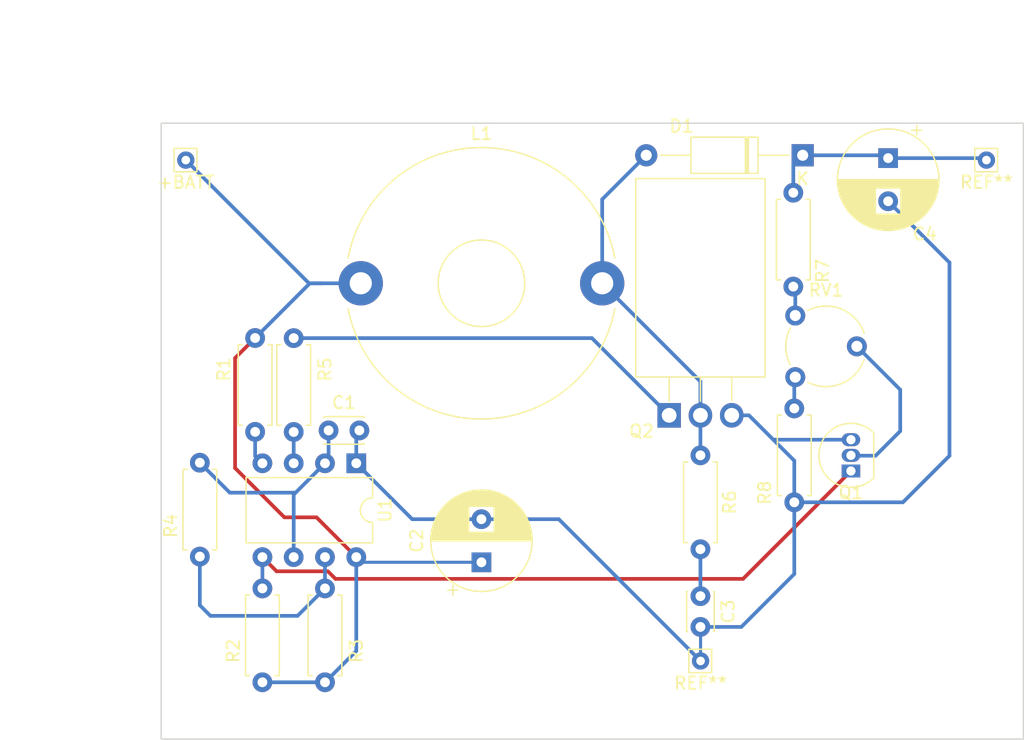
<source format=kicad_pcb>
(kicad_pcb (version 20221018) (generator pcbnew)
  (layers (0 "F.Cu" signal) (31 "B.Cu" signal) (34 "B.Paste" user) (35 "F.Paste" user) (36 "B.SilkS" user "B.Silkscreen") (37 "F.SilkS" user "F.Silkscreen") (38 "B.Mask" user) (39 "F.Mask" user) (44 "Edge.Cuts" user))
  (net 0 "")
  (net 1 "Net-(U1-THR)")
  (net 2 "GND")
  (net 3 "+BATT")
  (net 4 "Net-(C3-Pad1)")
  (net 5 "+170V")
  (net 6 "Net-(D1-A)")
  (net 7 "Net-(Q1-C)")
  (net 8 "Net-(Q1-B)")
  (net 9 "Net-(Q2-G)")
  (net 10 "Net-(U1-RST)")
  (net 11 "Net-(U1-DIS)")
  (net 12 "Net-(U1-OUT)")
  (net 13 "Net-(R7-Pad2)")
  (net 14 "Net-(R8-Pad1)")
  (footprint "Capacitor_THT:CP_Radial_D8.0mm_P3.50mm" (layer "F.Cu") (at 151.02 31.84 -90)
    (fp_text reference "C4" (at 6.16 -2.98 -180) (layer "F.SilkS"))
    (fp_text value "4u7 400V")
    (pad "1" thru_hole rect (at 0 0 270) (size 1.6 1.6) (drill 0.8) (layers "*.Cu" "*.Mask") (net 5 "+170V"))
    (pad "2" thru_hole circle (at 3.5 0 270) (size 1.6 1.6) (drill 0.8) (layers "*.Cu" "*.Mask") (net 2 "GND"))
  )
  (footprint "Resistor_THT:R_Axial_DIN0207_L6.3mm_D2.5mm_P7.62mm_Horizontal" (layer "F.Cu") (at 143.4 52.16 -90)
    (fp_text reference "R8" (at 6.84 2.4 90) (layer "F.SilkS"))
    (fp_text value "470")
    (pad "1" thru_hole circle (at 0 0 270) (size 1.6 1.6) (drill 0.8) (layers "*.Cu" "*.Mask") (net 14 "Net-(R8-Pad1)"))
    (pad "2" thru_hole oval (at 7.62 0 270) (size 1.6 1.6) (drill 0.8) (layers "*.Cu" "*.Mask") (net 2 "GND"))
  )
  (footprint "Resistor_THT:R_Axial_DIN0207_L6.3mm_D2.5mm_P7.62mm_Horizontal" (layer "F.Cu") (at 100.22 74.392651 90)
    (fp_text reference "R2" (at 2.54 -2.37 90) (layer "F.SilkS"))
    (fp_text value "51k")
    (pad "1" thru_hole circle (at 0 0 90) (size 1.6 1.6) (drill 0.8) (layers "*.Cu" "*.Mask") (net 3 "+BATT"))
    (pad "2" thru_hole oval (at 7.62 0 90) (size 1.6 1.6) (drill 0.8) (layers "*.Cu" "*.Mask") (net 7 "Net-(Q1-C)"))
  )
  (footprint "Connector_Pin:Pin_D0.7mm_L6.5mm_W1.8mm_FlatFork" (layer "F.Cu") (at 94 32)
    (fp_text reference "+BATT" (at 0 1.8) (layer "F.SilkS"))
    (fp_text value "+8V")
    (pad "1" thru_hole circle (at 0 0) (size 1.4 1.4) (drill 0.7) (layers "*.Cu" "*.Mask") (net 3 "+BATT"))
  )
  (footprint "Capacitor_THT:CP_Radial_D8.0mm_P3.50mm" (layer "F.Cu") (at 118 64.652651 90)
    (fp_text reference "C2" (at 1.75 -5.25 90) (layer "F.SilkS"))
    (fp_text value "330u")
    (pad "1" thru_hole rect (at 0 0 90) (size 1.6 1.6) (drill 0.8) (layers "*.Cu" "*.Mask") (net 3 "+BATT"))
    (pad "2" thru_hole circle (at 3.5 0 90) (size 1.6 1.6) (drill 0.8) (layers "*.Cu" "*.Mask") (net 2 "GND"))
  )
  (footprint "Resistor_THT:R_Axial_DIN0207_L6.3mm_D2.5mm_P7.62mm_Horizontal" (layer "F.Cu") (at 143.320141 34.649971 -90)
    (fp_text reference "R7" (at 6.350029 -2.37 90) (layer "F.SilkS"))
    (fp_text value "640k")
    (pad "1" thru_hole circle (at 0 0 270) (size 1.6 1.6) (drill 0.8) (layers "*.Cu" "*.Mask") (net 5 "+170V"))
    (pad "2" thru_hole oval (at 7.62 0 270) (size 1.6 1.6) (drill 0.8) (layers "*.Cu" "*.Mask") (net 13 "Net-(R7-Pad2)"))
  )
  (footprint "Inductor_THT:L_Toroid_Horizontal_D21.8mm_P19.60mm_Bourns_2100" (layer "F.Cu") (at 108.205 42)
    (fp_text reference "L1" (at 9.8 -12.15) (layer "F.SilkS"))
    (fp_text value "287u")
    (pad "1" thru_hole circle (at 0 0) (size 3.6 3.6) (drill 1.8) (layers "*.Cu" "*.Mask") (net 3 "+BATT"))
    (pad "2" thru_hole circle (at 19.6 0) (size 3.6 3.6) (drill 1.8) (layers "*.Cu" "*.Mask") (net 6 "Net-(D1-A)"))
  )
  (footprint "Package_TO_SOT_THT:TO-220F-3_Horizontal_TabDown" (layer "F.Cu") (at 133.24 52.72)
    (fp_text reference "Q2" (at -2.24 1.28) (layer "F.SilkS"))
    (fp_text value "6N90C")
    (pad "" np_thru_hole oval (at 2.54 -15.8) (size 3.5 3.5) (drill 3.5) (layers "*.Cu" "*.Mask"))
    (pad "1" thru_hole rect (at 0 0) (size 1.905 2) (drill 1.2) (layers "*.Cu" "*.Mask") (net 9 "Net-(Q2-G)"))
    (pad "2" thru_hole oval (at 2.54 0) (size 1.905 2) (drill 1.2) (layers "*.Cu" "*.Mask") (net 6 "Net-(D1-A)"))
    (pad "3" thru_hole oval (at 5.08 0) (size 1.905 2) (drill 1.2) (layers "*.Cu" "*.Mask") (net 2 "GND"))
  )
  (footprint "Capacitor_THT:C_Disc_D3.0mm_W2.0mm_P2.50mm" (layer "F.Cu") (at 135.78 67.4 -90)
    (fp_text reference "C3" (at 1.25 -2.25 90) (layer "F.SilkS"))
    (fp_text value "100p")
    (pad "1" thru_hole circle (at 0 0 270) (size 1.6 1.6) (drill 0.8) (layers "*.Cu" "*.Mask") (net 4 "Net-(C3-Pad1)"))
    (pad "2" thru_hole circle (at 2.5 0 270) (size 1.6 1.6) (drill 0.8) (layers "*.Cu" "*.Mask") (net 2 "GND"))
  )
  (footprint "Capacitor_THT:C_Disc_D3.0mm_W2.0mm_P2.50mm" (layer "F.Cu") (at 105.592136 53.946582)
    (fp_text reference "C1" (at 1.25 -2.25) (layer "F.SilkS"))
    (fp_text value "2n2")
    (pad "1" thru_hole circle (at 0 0) (size 1.6 1.6) (drill 0.8) (layers "*.Cu" "*.Mask") (net 1 "Net-(U1-THR)"))
    (pad "2" thru_hole circle (at 2.5 0) (size 1.6 1.6) (drill 0.8) (layers "*.Cu" "*.Mask") (net 2 "GND"))
  )
  (footprint "Package_DIP:DIP-8_W7.62mm" (layer "F.Cu") (at 107.84 56.612651 -90)
    (fp_text reference "U1" (at 3.81 -2.33 90) (layer "F.SilkS"))
    (fp_text value "NE555P")
    (pad "1" thru_hole rect (at 0 0 270) (size 1.6 1.6) (drill 0.8) (layers "*.Cu" "*.Mask") (net 2 "GND"))
    (pad "2" thru_hole oval (at 0 2.54 270) (size 1.6 1.6) (drill 0.8) (layers "*.Cu" "*.Mask") (net 1 "Net-(U1-THR)"))
    (pad "3" thru_hole oval (at 0 5.08 270) (size 1.6 1.6) (drill 0.8) (layers "*.Cu" "*.Mask") (net 12 "Net-(U1-OUT)"))
    (pad "4" thru_hole oval (at 0 7.62 270) (size 1.6 1.6) (drill 0.8) (layers "*.Cu" "*.Mask") (net 10 "Net-(U1-RST)"))
    (pad "5" thru_hole oval (at 7.62 7.62 270) (size 1.6 1.6) (drill 0.8) (layers "*.Cu" "*.Mask") (net 7 "Net-(Q1-C)"))
    (pad "6" thru_hole oval (at 7.62 5.08 270) (size 1.6 1.6) (drill 0.8) (layers "*.Cu" "*.Mask") (net 1 "Net-(U1-THR)"))
    (pad "7" thru_hole oval (at 7.62 2.54 270) (size 1.6 1.6) (drill 0.8) (layers "*.Cu" "*.Mask") (net 11 "Net-(U1-DIS)"))
    (pad "8" thru_hole oval (at 7.62 0 270) (size 1.6 1.6) (drill 0.8) (layers "*.Cu" "*.Mask") (net 3 "+BATT"))
  )
  (footprint "Diode_THT:D_A-405_P12.70mm_Horizontal" (layer "F.Cu") (at 144.081363 31.608783 180)
    (fp_text reference "D1" (at 9.82997 2.366644) (layer "F.SilkS"))
    (fp_text value "200V")
    (fp_text user "K" (at 0 -1.9) (layer "F.SilkS"))
    (pad "1" thru_hole rect (at 0 0 180) (size 1.8 1.8) (drill 0.9) (layers "*.Cu" "*.Mask") (net 5 "+170V"))
    (pad "2" thru_hole oval (at 12.7 0 180) (size 1.8 1.8) (drill 0.9) (layers "*.Cu" "*.Mask") (net 6 "Net-(D1-A)"))
  )
  (footprint "Package_TO_SOT_THT:TO-92_Inline" (layer "F.Cu") (at 148 57.24 90)
    (fp_text reference "Q1" (at -1.76 0 180) (layer "F.SilkS"))
    (fp_text value "BC546")
    (pad "1" thru_hole rect (at 0 0 90) (size 1.05 1.5) (drill 0.75) (layers "*.Cu" "*.Mask") (net 7 "Net-(Q1-C)"))
    (pad "2" thru_hole oval (at 1.27 0 90) (size 1.05 1.5) (drill 0.75) (layers "*.Cu" "*.Mask") (net 8 "Net-(Q1-B)"))
    (pad "3" thru_hole oval (at 2.54 0 90) (size 1.05 1.5) (drill 0.75) (layers "*.Cu" "*.Mask") (net 2 "GND"))
  )
  (footprint "Resistor_THT:R_Axial_DIN0207_L6.3mm_D2.5mm_P7.62mm_Horizontal" (layer "F.Cu") (at 105.3 74.392651 90)
    (fp_text reference "R3" (at 2.54 2.54 90) (layer "F.SilkS"))
    (fp_text value "1k")
    (pad "1" thru_hole circle (at 0 0 90) (size 1.6 1.6) (drill 0.8) (layers "*.Cu" "*.Mask") (net 3 "+BATT"))
    (pad "2" thru_hole oval (at 7.62 0 90) (size 1.6 1.6) (drill 0.8) (layers "*.Cu" "*.Mask") (net 11 "Net-(U1-DIS)"))
  )
  (footprint "Resistor_THT:R_Axial_DIN0207_L6.3mm_D2.5mm_P7.62mm_Horizontal" (layer "F.Cu") (at 95.14 64.187975 90)
    (fp_text reference "R4" (at 2.495324 -2.37 90) (layer "F.SilkS"))
    (fp_text value "10k")
    (pad "1" thru_hole circle (at 0 0 90) (size 1.6 1.6) (drill 0.8) (layers "*.Cu" "*.Mask") (net 11 "Net-(U1-DIS)"))
    (pad "2" thru_hole oval (at 7.62 0 90) (size 1.6 1.6) (drill 0.8) (layers "*.Cu" "*.Mask") (net 1 "Net-(U1-THR)"))
  )
  (footprint "Connector_Pin:Pin_D0.7mm_L6.5mm_W1.8mm_FlatFork" (layer "F.Cu") (at 135.792485 72.66245)
    (fp_text reference "REF**" (at 0 1.8) (layer "F.SilkS"))
    (fp_text value "GND")
    (pad "1" thru_hole circle (at 0 0) (size 1.4 1.4) (drill 0.7) (layers "*.Cu" "*.Mask") (net 2 "GND"))
  )
  (footprint "Connector_Pin:Pin_D0.7mm_L6.5mm_W1.8mm_FlatFork" (layer "F.Cu") (at 159 32)
    (fp_text reference "REF**" (at 0 1.8) (layer "F.SilkS"))
    (fp_text value "+170V")
    (pad "1" thru_hole circle (at 0 0) (size 1.4 1.4) (drill 0.7) (layers "*.Cu" "*.Mask") (net 5 "+170V"))
  )
  (footprint "Resistor_THT:R_Axial_DIN0207_L6.3mm_D2.5mm_P7.62mm_Horizontal" (layer "F.Cu") (at 135.78 55.97 -90)
    (fp_text reference "R6" (at 3.81 -2.37 90) (layer "F.SilkS"))
    (fp_text value "2k2")
    (pad "1" thru_hole circle (at 0 0 270) (size 1.6 1.6) (drill 0.8) (layers "*.Cu" "*.Mask") (net 6 "Net-(D1-A)"))
    (pad "2" thru_hole oval (at 7.62 0 270) (size 1.6 1.6) (drill 0.8) (layers "*.Cu" "*.Mask") (net 4 "Net-(C3-Pad1)"))
  )
  (footprint "Resistor_THT:R_Axial_DIN0207_L6.3mm_D2.5mm_P7.62mm_Horizontal" (layer "F.Cu") (at 99.628326 46.442868 -90)
    (fp_text reference "R1" (at 2.549783 2.54 90) (layer "F.SilkS"))
    (fp_text value "20k")
    (pad "1" thru_hole circle (at 0 0 270) (size 1.6 1.6) (drill 0.8) (layers "*.Cu" "*.Mask") (net 3 "+BATT"))
    (pad "2" thru_hole oval (at 7.62 0 270) (size 1.6 1.6) (drill 0.8) (layers "*.Cu" "*.Mask") (net 10 "Net-(U1-RST)"))
  )
  (footprint "Resistor_THT:R_Axial_DIN0207_L6.3mm_D2.5mm_P7.62mm_Horizontal" (layer "F.Cu") (at 102.76 46.452651 -90)
    (fp_text reference "R5" (at 2.54 -2.54 90) (layer "F.SilkS"))
    (fp_text value "100")
    (pad "1" thru_hole circle (at 0 0 270) (size 1.6 1.6) (drill 0.8) (layers "*.Cu" "*.Mask") (net 9 "Net-(Q2-G)"))
    (pad "2" thru_hole oval (at 7.62 0 270) (size 1.6 1.6) (drill 0.8) (layers "*.Cu" "*.Mask") (net 12 "Net-(U1-OUT)"))
  )
  (footprint "Potentiometer_THT:Potentiometer_Piher_PT-6-V_Vertical" (layer "F.Cu") (at 143.48 49.62)
    (fp_text reference "RV1" (at 2.5 -7.06) (layer "F.SilkS"))
    (fp_text value "5k")
    (pad "1" thru_hole circle (at 0 0) (size 1.62 1.62) (drill 0.9) (layers "*.Cu" "*.Mask") (net 14 "Net-(R8-Pad1)"))
    (pad "2" thru_hole circle (at 5 -2.5) (size 1.62 1.62) (drill 0.9) (layers "*.Cu" "*.Mask") (net 8 "Net-(Q1-B)"))
    (pad "3" thru_hole circle (at 0 -5) (size 1.62 1.62) (drill 0.9) (layers "*.Cu" "*.Mask") (net 13 "Net-(R7-Pad2)"))
  )
  (gr_line (start 162 29) (end 162 79) (stroke (width 0.1)) (layer "Edge.Cuts"))
  (gr_line (start 92 29) (end 162 29) (stroke (width 0.1)) (layer "Edge.Cuts"))
  (gr_line (start 92 79) (end 92 29) (stroke (width 0.1)) (layer "Edge.Cuts"))
  (gr_line (start 162 79) (end 92 79) (stroke (width 0.1)) (layer "Edge.Cuts"))
  (segment (start 102.76 59.152651) (end 102.912651 59) (width 0.3) (layer "B.Cu") (net 1))
  (segment (start 102.76 64.232651) (end 102.76 59.152651) (width 0.3) (layer "B.Cu") (net 1))
  (segment (start 105.592136 53.946582) (end 105.592136 56.320515) (width 0.3) (layer "B.Cu") (net 1))
  (segment (start 102.912651 59) (end 105.3 56.612651) (width 0.3) (layer "B.Cu") (net 1))
  (segment (start 97.572025 59) (end 102.912651 59) (width 0.3) (layer "B.Cu") (net 1))
  (segment (start 95.14 56.567975) (end 97.572025 59) (width 0.3) (layer "B.Cu") (net 1))
  (segment (start 105.592136 56.320515) (end 105.3 56.612651) (width 0.3) (layer "B.Cu") (net 1))
  (segment (start 118 61.152651) (end 112.38 61.152651) (width 0.3) (layer "B.Cu") (net 2))
  (segment (start 156 56) (end 152.22 59.78) (width 0.3) (layer "B.Cu") (net 2))
  (segment (start 143.4 65.6) (end 139.1 69.9) (width 0.3) (layer "B.Cu") (net 2))
  (segment (start 135.792485 69.912485) (end 135.78 69.9) (width 0.25) (layer "B.Cu") (net 2))
  (segment (start 118 61.152651) (end 124.282686 61.152651) (width 0.3) (layer "B.Cu") (net 2))
  (segment (start 156 40.32) (end 156 56) (width 0.3) (layer "B.Cu") (net 2))
  (segment (start 148 54.7) (end 141.7 54.7) (width 0.3) (layer "B.Cu") (net 2))
  (segment (start 143.4 59.78) (end 143.4 65.6) (width 0.3) (layer "B.Cu") (net 2))
  (segment (start 139.1 69.9) (end 135.78 69.9) (width 0.3) (layer "B.Cu") (net 2))
  (segment (start 112.38 61.152651) (end 107.84 56.612651) (width 0.3) (layer "B.Cu") (net 2))
  (segment (start 107.84 54.198718) (end 108.092136 53.946582) (width 0.3) (layer "B.Cu") (net 2))
  (segment (start 139.72 52.72) (end 140 53) (width 0.3) (layer "B.Cu") (net 2))
  (segment (start 138.32 52.72) (end 139.72 52.72) (width 0.3) (layer "B.Cu") (net 2))
  (segment (start 107.84 56.612651) (end 107.84 54.198718) (width 0.3) (layer "B.Cu") (net 2))
  (segment (start 135.792485 72.66245) (end 135.792485 69.912485) (width 0.25) (layer "B.Cu") (net 2))
  (segment (start 143.4 56.4) (end 141.7 54.7) (width 0.3) (layer "B.Cu") (net 2))
  (segment (start 141.7 54.7) (end 140 53) (width 0.3) (layer "B.Cu") (net 2))
  (segment (start 152.22 59.78) (end 143.4 59.78) (width 0.3) (layer "B.Cu") (net 2))
  (segment (start 143.4 59.78) (end 143.4 56.4) (width 0.3) (layer "B.Cu") (net 2))
  (segment (start 151.02 35.34) (end 156 40.32) (width 0.3) (layer "B.Cu") (net 2))
  (segment (start 124.282686 61.152651) (end 135.792485 72.66245) (width 0.3) (layer "B.Cu") (net 2))
  (segment (start 107.84 64.232651) (end 104.607349 61) (width 0.3) (layer "F.Cu") (net 3))
  (segment (start 98 48.071194) (end 99.628326 46.442868) (width 0.3) (layer "F.Cu") (net 3))
  (segment (start 104.607349 61) (end 102 61) (width 0.3) (layer "F.Cu") (net 3))
  (segment (start 102 61) (end 98 57) (width 0.3) (layer "F.Cu") (net 3))
  (segment (start 108.26 64.652651) (end 107.84 64.232651) (width 0.3) (layer "F.Cu") (net 3))
  (segment (start 98 57) (end 98 48.071194) (width 0.3) (layer "F.Cu") (net 3))
  (segment (start 99.628326 46.442868) (end 104.071194 42) (width 0.3) (layer "B.Cu") (net 3))
  (segment (start 108.26 64.652651) (end 107.84 64.232651) (width 0.25) (layer "B.Cu") (net 3))
  (segment (start 118 64.652651) (end 108.26 64.652651) (width 0.25) (layer "B.Cu") (net 3))
  (segment (start 100.22 74.392651) (end 105.3 74.392651) (width 0.3) (layer "B.Cu") (net 3))
  (segment (start 94 32) (end 104 42) (width 0.3) (layer "B.Cu") (net 3))
  (segment (start 105.3 74.392651) (end 107.84 71.852651) (width 0.3) (layer "B.Cu") (net 3))
  (segment (start 104.071194 42) (end 105 42) (width 0.3) (layer "B.Cu") (net 3))
  (segment (start 105 42) (end 108.205 42) (width 0.3) (layer "B.Cu") (net 3))
  (segment (start 104 42) (end 105 42) (width 0.3) (layer "B.Cu") (net 3))
  (segment (start 107.84 71.852651) (end 107.84 64.232651) (width 0.3) (layer "B.Cu") (net 3))
  (segment (start 135.78 67.4) (end 135.78 63.59) (width 0.3) (layer "B.Cu") (net 4))
  (segment (start 150.788783 31.608783) (end 151.02 31.84) (width 0.3) (layer "B.Cu") (net 5))
  (segment (start 158.84 31.84) (end 159 32) (width 0.3) (layer "B.Cu") (net 5))
  (segment (start 144.081363 31.608783) (end 150.788783 31.608783) (width 0.3) (layer "B.Cu") (net 5))
  (segment (start 151.02 31.84) (end 158.84 31.84) (width 0.3) (layer "B.Cu") (net 5))
  (segment (start 143.320141 32.370005) (end 144.081363 31.608783) (width 0.3) (layer "B.Cu") (net 5))
  (segment (start 143.320141 34.649971) (end 143.320141 32.370005) (width 0.3) (layer "B.Cu") (net 5))
  (segment (start 127.805 35.185146) (end 131.381363 31.608783) (width 0.3) (layer "B.Cu") (net 6))
  (segment (start 135.78 52.72) (end 135.78 49.975) (width 0.3) (layer "B.Cu") (net 6))
  (segment (start 127.805 42) (end 127.805 35.185146) (width 0.3) (layer "B.Cu") (net 6))
  (segment (start 135.78 49.975) (end 127.805 42) (width 0.3) (layer "B.Cu") (net 6))
  (segment (start 135.78 52.72) (end 135.78 55.97) (width 0.3) (layer "B.Cu") (net 6))
  (segment (start 148 57.24) (end 139.24 66) (width 0.3) (layer "F.Cu") (net 7))
  (segment (start 139.24 66) (end 106.153695 66) (width 0.3) (layer "F.Cu") (net 7))
  (segment (start 101.37 65.382651) (end 100.22 64.232651) (width 0.3) (layer "F.Cu") (net 7))
  (segment (start 106.153695 66) (end 105.536346 65.382651) (width 0.3) (layer "F.Cu") (net 7))
  (segment (start 105.536346 65.382651) (end 101.37 65.382651) (width 0.3) (layer "F.Cu") (net 7))
  (segment (start 100.22 66.772651) (end 100.22 64.232651) (width 0.3) (layer "B.Cu") (net 7))
  (segment (start 150 56) (end 152 54) (width 0.3) (layer "B.Cu") (net 8))
  (segment (start 152 50.64) (end 148.48 47.12) (width 0.3) (layer "B.Cu") (net 8))
  (segment (start 148 55.97) (end 148.225 55.97) (width 0.3) (layer "B.Cu") (net 8))
  (segment (start 148.255 56) (end 150 56) (width 0.3) (layer "B.Cu") (net 8))
  (segment (start 148.225 55.97) (end 148.255 56) (width 0.3) (layer "B.Cu") (net 8))
  (segment (start 152 54) (end 152 50.64) (width 0.3) (layer "B.Cu") (net 8))
  (segment (start 102.76 46.452651) (end 126.972651 46.452651) (width 0.3) (layer "B.Cu") (net 9))
  (segment (start 126.972651 46.452651) (end 133.24 52.72) (width 0.3) (layer "B.Cu") (net 9))
  (segment (start 99.628326 56.020977) (end 100.22 56.612651) (width 0.3) (layer "B.Cu") (net 10))
  (segment (start 99.628326 54.062868) (end 99.628326 56.020977) (width 0.3) (layer "B.Cu") (net 10))
  (segment (start 95.14 64.187975) (end 95.14 68.14) (width 0.3) (layer "B.Cu") (net 11))
  (segment (start 103.072651 69) (end 105.3 66.772651) (width 0.3) (layer "B.Cu") (net 11))
  (segment (start 105.3 64.232651) (end 105.3 66.772651) (width 0.3) (layer "B.Cu") (net 11))
  (segment (start 95.14 68.14) (end 96 69) (width 0.3) (layer "B.Cu") (net 11))
  (segment (start 96 69) (end 103.072651 69) (width 0.3) (layer "B.Cu") (net 11))
  (segment (start 102.76 56.612651) (end 102.76 54.072651) (width 0.3) (layer "B.Cu") (net 12))
  (segment (start 143.48 44.62) (end 143.48 42.42983) (width 0.3) (layer "B.Cu") (net 13))
  (segment (start 143.48 42.42983) (end 143.320141 42.269971) (width 0.3) (layer "B.Cu") (net 13))
  (segment (start 143.4 52.16) (end 143.4 49.7) (width 0.3) (layer "B.Cu") (net 14))
  (segment (start 143.4 49.7) (end 143.48 49.62) (width 0.3) (layer "B.Cu") (net 14))
)
</source>
